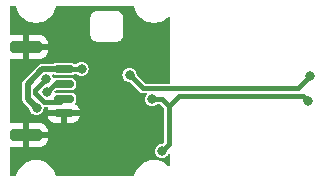
<source format=gbr>
%TF.GenerationSoftware,KiCad,Pcbnew,8.0.4+1*%
%TF.CreationDate,2024-10-19T01:09:37+00:00*%
%TF.ProjectId,TFHT02,54464854-3032-42e6-9b69-6361645f7063,rev?*%
%TF.SameCoordinates,Original*%
%TF.FileFunction,Copper,L1,Top*%
%TF.FilePolarity,Positive*%
%FSLAX46Y46*%
G04 Gerber Fmt 4.6, Leading zero omitted, Abs format (unit mm)*
G04 Created by KiCad (PCBNEW 8.0.4+1) date 2024-10-19 01:09:37*
%MOMM*%
%LPD*%
G01*
G04 APERTURE LIST*
G04 Aperture macros list*
%AMRoundRect*
0 Rectangle with rounded corners*
0 $1 Rounding radius*
0 $2 $3 $4 $5 $6 $7 $8 $9 X,Y pos of 4 corners*
0 Add a 4 corners polygon primitive as box body*
4,1,4,$2,$3,$4,$5,$6,$7,$8,$9,$2,$3,0*
0 Add four circle primitives for the rounded corners*
1,1,$1+$1,$2,$3*
1,1,$1+$1,$4,$5*
1,1,$1+$1,$6,$7*
1,1,$1+$1,$8,$9*
0 Add four rect primitives between the rounded corners*
20,1,$1+$1,$2,$3,$4,$5,0*
20,1,$1+$1,$4,$5,$6,$7,0*
20,1,$1+$1,$6,$7,$8,$9,0*
20,1,$1+$1,$8,$9,$2,$3,0*%
G04 Aperture macros list end*
%TA.AperFunction,SMDPad,CuDef*%
%ADD10RoundRect,0.150000X-0.700000X0.150000X-0.700000X-0.150000X0.700000X-0.150000X0.700000X0.150000X0*%
%TD*%
%TA.AperFunction,SMDPad,CuDef*%
%ADD11RoundRect,0.250000X-1.100000X0.250000X-1.100000X-0.250000X1.100000X-0.250000X1.100000X0.250000X0*%
%TD*%
%TA.AperFunction,ViaPad*%
%ADD12C,0.800000*%
%TD*%
%TA.AperFunction,Conductor*%
%ADD13C,0.400000*%
%TD*%
%TA.AperFunction,Conductor*%
%ADD14C,0.500000*%
%TD*%
G04 APERTURE END LIST*
D10*
%TO.P,J2,1*%
%TO.N,+5V*%
X4847200Y9375000D03*
%TO.P,J2,2*%
%TO.N,/SCL*%
X4847200Y8125000D03*
%TO.P,J2,3*%
%TO.N,/SDA*%
X4847200Y6875000D03*
%TO.P,J2,4*%
%TO.N,GND*%
X4847200Y5625000D03*
D11*
%TO.P,J2,MP*%
X1647200Y11225000D03*
X1647200Y3775000D03*
%TD*%
D12*
%TO.N,GND*%
X4191000Y4318000D03*
X1143000Y12827000D03*
X3937000Y12065000D03*
X2159000Y12827000D03*
X3175000Y12827000D03*
X1049130Y5404678D03*
X1143000Y2286000D03*
X10414000Y6604000D03*
X1539185Y9853267D03*
X3429000Y2286000D03*
X4191000Y3175000D03*
X928000Y8890000D03*
X2286000Y2286000D03*
X5080000Y10668000D03*
X762000Y7620000D03*
X9724700Y11128700D03*
X787894Y6432972D03*
X4064000Y10668000D03*
%TO.N,+3V3*%
X12319000Y6820400D03*
X25527000Y6680200D03*
X13142674Y2427524D03*
%TO.N,+5V*%
X2540000Y6096000D03*
X6350000Y9398000D03*
%TO.N,/SDA*%
X25730200Y8813800D03*
X10414000Y8890000D03*
X3346443Y8494360D03*
%TO.N,/SCL*%
X3441098Y7457644D03*
%TD*%
D13*
%TO.N,GND*%
X8382000Y5625000D02*
X4847200Y5625000D01*
X9721000Y11125000D02*
X5537000Y11125000D01*
D14*
X10414000Y6604000D02*
X9361000Y6604000D01*
D13*
X9724700Y11128700D02*
X9721000Y11125000D01*
X5537000Y11125000D02*
X5080000Y10668000D01*
D14*
X9361000Y6604000D02*
X8382000Y5625000D01*
D13*
%TO.N,+3V3*%
X13716000Y3000850D02*
X13142674Y2427524D01*
X14585468Y7112000D02*
X25095200Y7112000D01*
X25095200Y7112000D02*
X25527000Y6680200D01*
X13716000Y6242532D02*
X13716000Y3000850D01*
X12319000Y6820400D02*
X13138132Y6820400D01*
X13716000Y6242532D02*
X14585468Y7112000D01*
X13138132Y6820400D02*
X13716000Y6242532D01*
%TO.N,+5V*%
X6327000Y9375000D02*
X6350000Y9398000D01*
X4650000Y9375000D02*
X6327000Y9375000D01*
D14*
X4847200Y9375000D02*
X3025001Y9375000D01*
X1778000Y6858000D02*
X2540000Y6096000D01*
X1778000Y8127999D02*
X1778000Y6858000D01*
X3025001Y9375000D02*
X1778000Y8127999D01*
D13*
%TO.N,/SDA*%
X3192371Y6575000D02*
X2428000Y7339371D01*
X25730200Y8813800D02*
X24663400Y7747000D01*
X24663400Y7747000D02*
X11557000Y7747000D01*
X4847200Y6875000D02*
X4547200Y6575000D01*
X11557000Y7747000D02*
X10414000Y8890000D01*
X4547200Y6575000D02*
X3192371Y6575000D01*
X2428000Y7575917D02*
X3346443Y8494360D01*
X2428000Y7339371D02*
X2428000Y7575917D01*
%TO.N,/SCL*%
X4847200Y8125000D02*
X4108454Y8125000D01*
X4108454Y8125000D02*
X3441098Y7457644D01*
%TD*%
%TA.AperFunction,Conductor*%
%TO.N,GND*%
G36*
X815575Y14677826D02*
G01*
X834728Y14644653D01*
X886290Y14452218D01*
X971591Y14246283D01*
X971594Y14246275D01*
X1083049Y14053230D01*
X1083053Y14053224D01*
X1218747Y13876382D01*
X1376381Y13718748D01*
X1553223Y13583054D01*
X1553226Y13583052D01*
X1746274Y13471595D01*
X1952219Y13386290D01*
X2167537Y13328596D01*
X2388543Y13299500D01*
X2388545Y13299500D01*
X2611455Y13299500D01*
X2611457Y13299500D01*
X2832463Y13328596D01*
X3047781Y13386290D01*
X3253726Y13471595D01*
X3446774Y13583052D01*
X3598533Y13699500D01*
X3623618Y13718748D01*
X3623619Y13718750D01*
X3623624Y13718753D01*
X3672531Y13767660D01*
X7099500Y13767660D01*
X7099500Y13739562D01*
X7099500Y12347595D01*
X7099500Y12300000D01*
X7099500Y12232340D01*
X7114491Y12166658D01*
X7129610Y12100414D01*
X7129613Y12100407D01*
X7188324Y11978494D01*
X7188325Y11978493D01*
X7272695Y11872695D01*
X7378493Y11788325D01*
X7500412Y11729611D01*
X7632340Y11699500D01*
X7632343Y11699500D01*
X9367657Y11699500D01*
X9367660Y11699500D01*
X9499588Y11729611D01*
X9621507Y11788325D01*
X9727305Y11872695D01*
X9811675Y11978493D01*
X9870389Y12100412D01*
X9900500Y12232340D01*
X9900500Y12300000D01*
X9900500Y12347595D01*
X9900500Y13739562D01*
X9900500Y13767660D01*
X9870389Y13899588D01*
X9811675Y14021507D01*
X9727305Y14127305D01*
X9621507Y14211675D01*
X9621506Y14211676D01*
X9499593Y14270387D01*
X9499586Y14270390D01*
X9441204Y14283715D01*
X9367660Y14300500D01*
X9339562Y14300500D01*
X7747595Y14300500D01*
X7700000Y14300500D01*
X7632340Y14300500D01*
X7570320Y14286345D01*
X7500413Y14270390D01*
X7500406Y14270387D01*
X7378493Y14211676D01*
X7272695Y14127305D01*
X7188324Y14021507D01*
X7129613Y13899594D01*
X7129610Y13899587D01*
X7124313Y13876376D01*
X7099500Y13767660D01*
X3672531Y13767660D01*
X3781247Y13876376D01*
X3799058Y13899587D01*
X3916946Y14053224D01*
X3916948Y14053226D01*
X4028405Y14246274D01*
X4113710Y14452219D01*
X4165272Y14644654D01*
X4199751Y14689586D01*
X4236751Y14699500D01*
X10763249Y14699500D01*
X10815575Y14677826D01*
X10834728Y14644653D01*
X10886290Y14452218D01*
X10971591Y14246283D01*
X10971594Y14246275D01*
X11083049Y14053230D01*
X11083053Y14053224D01*
X11218747Y13876382D01*
X11376381Y13718748D01*
X11553223Y13583054D01*
X11553226Y13583052D01*
X11746274Y13471595D01*
X11952219Y13386290D01*
X12167537Y13328596D01*
X12388543Y13299500D01*
X12388545Y13299500D01*
X12611455Y13299500D01*
X12611457Y13299500D01*
X12832463Y13328596D01*
X13047781Y13386290D01*
X13253726Y13471595D01*
X13446774Y13583052D01*
X13598533Y13699500D01*
X13623618Y13718748D01*
X13623619Y13718750D01*
X13623624Y13718753D01*
X13707575Y13802705D01*
X13759900Y13824378D01*
X13812226Y13802704D01*
X13833900Y13750378D01*
X13833900Y13750360D01*
X13832579Y8221482D01*
X13810892Y8169162D01*
X13758579Y8147500D01*
X11753545Y8147500D01*
X11701219Y8169174D01*
X11040915Y8829478D01*
X11019241Y8881804D01*
X11019682Y8888522D01*
X11019682Y8890000D01*
X10999044Y9046761D01*
X10999044Y9046762D01*
X10978997Y9095159D01*
X10938536Y9192841D01*
X10842282Y9318282D01*
X10842279Y9318285D01*
X10716841Y9414536D01*
X10570761Y9475045D01*
X10414000Y9495682D01*
X10257239Y9475045D01*
X10257238Y9475045D01*
X10111158Y9414536D01*
X9985720Y9318285D01*
X9985715Y9318280D01*
X9889464Y9192842D01*
X9828955Y9046762D01*
X9828955Y9046761D01*
X9808318Y8890000D01*
X9828955Y8733240D01*
X9828955Y8733239D01*
X9889464Y8587159D01*
X9985715Y8461721D01*
X9985720Y8461716D01*
X10060139Y8404613D01*
X10111159Y8365464D01*
X10257238Y8304956D01*
X10414000Y8284318D01*
X10414000Y8284319D01*
X10414001Y8284318D01*
X10418851Y8284318D01*
X10418851Y8282430D01*
X10467234Y8269475D01*
X10474522Y8263085D01*
X11311087Y7426520D01*
X11402412Y7373793D01*
X11504273Y7346500D01*
X11609727Y7346500D01*
X11815719Y7346500D01*
X11868045Y7324826D01*
X11889719Y7272500D01*
X11874427Y7227452D01*
X11794464Y7123242D01*
X11733955Y6977162D01*
X11733955Y6977161D01*
X11713318Y6820400D01*
X11733955Y6663640D01*
X11733955Y6663639D01*
X11794464Y6517559D01*
X11890715Y6392121D01*
X11890720Y6392116D01*
X11913678Y6374500D01*
X12016159Y6295864D01*
X12162238Y6235356D01*
X12319000Y6214718D01*
X12475762Y6235356D01*
X12621841Y6295864D01*
X12747282Y6392118D01*
X12747285Y6392123D01*
X12750707Y6395544D01*
X12752037Y6394214D01*
X12795435Y6419267D01*
X12805092Y6419900D01*
X12941587Y6419900D01*
X12993913Y6398226D01*
X13293826Y6098314D01*
X13315500Y6045988D01*
X13315500Y3197396D01*
X13293826Y3145070D01*
X13203195Y3054440D01*
X13150869Y3032766D01*
X13144152Y3033206D01*
X13142674Y3033206D01*
X12985913Y3012569D01*
X12985912Y3012569D01*
X12839832Y2952060D01*
X12714394Y2855809D01*
X12714389Y2855804D01*
X12618138Y2730366D01*
X12557629Y2584286D01*
X12557629Y2584285D01*
X12536992Y2427524D01*
X12557629Y2270764D01*
X12557629Y2270763D01*
X12618138Y2124683D01*
X12714389Y1999245D01*
X12714394Y1999240D01*
X12798019Y1935073D01*
X12839833Y1902988D01*
X12985912Y1842480D01*
X13142674Y1821842D01*
X13299436Y1842480D01*
X13445515Y1902988D01*
X13570956Y1999242D01*
X13667210Y2124683D01*
X13688759Y2176708D01*
X13728807Y2216756D01*
X13785444Y2216756D01*
X13825493Y2176708D01*
X13831126Y2148371D01*
X13830912Y1252593D01*
X13809225Y1200273D01*
X13756894Y1178611D01*
X13704586Y1200285D01*
X13623618Y1281253D01*
X13446776Y1416947D01*
X13446770Y1416951D01*
X13253725Y1528406D01*
X13253717Y1528409D01*
X13047782Y1613710D01*
X12832461Y1671405D01*
X12669647Y1692840D01*
X12611457Y1700500D01*
X12388543Y1700500D01*
X12337122Y1693731D01*
X12167538Y1671405D01*
X11952217Y1613710D01*
X11746282Y1528409D01*
X11746274Y1528406D01*
X11553229Y1416951D01*
X11553223Y1416947D01*
X11376381Y1281253D01*
X11218747Y1123619D01*
X11083053Y946777D01*
X11083049Y946771D01*
X10971594Y753726D01*
X10971591Y753718D01*
X10886290Y547783D01*
X10834728Y355347D01*
X10800249Y310414D01*
X10763249Y300500D01*
X4236751Y300500D01*
X4184425Y322174D01*
X4165272Y355347D01*
X4113709Y547783D01*
X4028408Y753718D01*
X4028405Y753726D01*
X3916950Y946771D01*
X3916946Y946777D01*
X3781252Y1123619D01*
X3623618Y1281253D01*
X3446776Y1416947D01*
X3446770Y1416951D01*
X3253725Y1528406D01*
X3253717Y1528409D01*
X3047782Y1613710D01*
X2832461Y1671405D01*
X2669647Y1692840D01*
X2611457Y1700500D01*
X2388543Y1700500D01*
X2337122Y1693731D01*
X2167538Y1671405D01*
X1952217Y1613710D01*
X1746282Y1528409D01*
X1746274Y1528406D01*
X1553229Y1416951D01*
X1553223Y1416947D01*
X1376381Y1281253D01*
X1218747Y1123619D01*
X1083053Y946777D01*
X1083049Y946771D01*
X971594Y753726D01*
X971591Y753718D01*
X886290Y547783D01*
X834728Y355347D01*
X800249Y310414D01*
X763249Y300500D01*
X374500Y300500D01*
X322174Y322174D01*
X300500Y374500D01*
X300500Y2705863D01*
X322174Y2758189D01*
X374500Y2779863D01*
X389986Y2778224D01*
X392867Y2777608D01*
X496695Y2767001D01*
X496697Y2767000D01*
X1393200Y2767000D01*
X1901200Y2767000D01*
X2797703Y2767000D01*
X2797704Y2767001D01*
X2901525Y2777607D01*
X3069724Y2833343D01*
X3220538Y2926366D01*
X3220542Y2926368D01*
X3345832Y3051658D01*
X3345834Y3051662D01*
X3438857Y3202476D01*
X3494593Y3370675D01*
X3505199Y3474496D01*
X3505200Y3474498D01*
X3505200Y3521000D01*
X1901200Y3521000D01*
X1901200Y2767000D01*
X1393200Y2767000D01*
X1393200Y4029000D01*
X1901200Y4029000D01*
X3505200Y4029000D01*
X3505200Y4075503D01*
X3505199Y4075505D01*
X3494593Y4179326D01*
X3438857Y4347525D01*
X3345834Y4498339D01*
X3345832Y4498342D01*
X3220542Y4623632D01*
X3220538Y4623635D01*
X3069724Y4716658D01*
X2901525Y4772394D01*
X2797704Y4783000D01*
X1901200Y4783000D01*
X1901200Y4029000D01*
X1393200Y4029000D01*
X1393200Y4783000D01*
X496695Y4783000D01*
X392867Y4772393D01*
X389986Y4771776D01*
X388859Y4771984D01*
X388857Y4771983D01*
X388856Y4771984D01*
X334283Y4782019D01*
X302139Y4828651D01*
X300500Y4844137D01*
X300500Y5371000D01*
X3492207Y5371000D01*
X3538518Y5211599D01*
X3623145Y5068502D01*
X3740701Y4950946D01*
X3883798Y4866319D01*
X4043445Y4819936D01*
X4080743Y4817001D01*
X4593200Y4817001D01*
X5101200Y4817001D01*
X5613655Y4817001D01*
X5613656Y4817002D01*
X5650952Y4819936D01*
X5810601Y4866319D01*
X5953698Y4950946D01*
X6071254Y5068502D01*
X6155881Y5211599D01*
X6202193Y5371000D01*
X5101200Y5371000D01*
X5101200Y4817001D01*
X4593200Y4817001D01*
X4593200Y5371000D01*
X3492207Y5371000D01*
X300500Y5371000D01*
X300500Y8187308D01*
X1327500Y8187308D01*
X1327500Y6798689D01*
X1348474Y6720414D01*
X1348474Y6720413D01*
X1358199Y6684118D01*
X1358203Y6684109D01*
X1417509Y6581388D01*
X1921318Y6077578D01*
X1942359Y6034912D01*
X1954955Y5939239D01*
X2015464Y5793159D01*
X2111715Y5667721D01*
X2111720Y5667716D01*
X2195345Y5603549D01*
X2237159Y5571464D01*
X2383238Y5510956D01*
X2540000Y5490318D01*
X2696762Y5510956D01*
X2842841Y5571464D01*
X2968282Y5667718D01*
X3064536Y5793159D01*
X3125044Y5939238D01*
X3145682Y6096000D01*
X3145682Y6096001D01*
X3145682Y6100500D01*
X3167356Y6152826D01*
X3219682Y6174500D01*
X3489271Y6174500D01*
X3541597Y6152826D01*
X3563271Y6100500D01*
X3552967Y6062832D01*
X3538518Y6038399D01*
X3492207Y5879000D01*
X6202192Y5879000D01*
X6155881Y6038402D01*
X6071254Y6181499D01*
X5953698Y6299055D01*
X5824198Y6375640D01*
X5790192Y6420932D01*
X5798172Y6477004D01*
X5809538Y6491658D01*
X5836398Y6518517D01*
X5887773Y6623607D01*
X5897700Y6691740D01*
X5897700Y7058260D01*
X5887773Y7126393D01*
X5836398Y7231483D01*
X5753683Y7314198D01*
X5753682Y7314199D01*
X5648594Y7365573D01*
X5580464Y7375500D01*
X5580460Y7375500D01*
X4120346Y7375500D01*
X4068020Y7397174D01*
X4046346Y7449500D01*
X4046780Y7456119D01*
X4046780Y7462494D01*
X4048665Y7462494D01*
X4061628Y7510886D01*
X4068005Y7518160D01*
X4152674Y7602827D01*
X4204999Y7624500D01*
X5580454Y7624500D01*
X5580460Y7624500D01*
X5648593Y7634427D01*
X5753683Y7685802D01*
X5836398Y7768517D01*
X5887773Y7873607D01*
X5897700Y7941740D01*
X5897700Y8308260D01*
X5887773Y8376393D01*
X5836398Y8481483D01*
X5753683Y8564198D01*
X5753682Y8564199D01*
X5648594Y8615573D01*
X5580464Y8625500D01*
X5580460Y8625500D01*
X4113940Y8625500D01*
X4113935Y8625500D01*
X4045806Y8615573D01*
X4045801Y8615571D01*
X4033715Y8609663D01*
X3977187Y8606156D01*
X3934736Y8643648D01*
X3932851Y8647827D01*
X3931487Y8651120D01*
X3931487Y8651122D01*
X3870979Y8797201D01*
X3864647Y8805453D01*
X3849989Y8860159D01*
X3878307Y8909208D01*
X3923356Y8924500D01*
X3946716Y8924500D01*
X3979216Y8916981D01*
X4039420Y8887550D01*
X4045807Y8884427D01*
X4113940Y8874500D01*
X4113946Y8874500D01*
X5580454Y8874500D01*
X5580460Y8874500D01*
X5648593Y8884427D01*
X5753683Y8935802D01*
X5770707Y8952826D01*
X5823033Y8974500D01*
X5890366Y8974500D01*
X5935414Y8959208D01*
X5990446Y8916981D01*
X6047159Y8873464D01*
X6193238Y8812956D01*
X6350000Y8792318D01*
X6506762Y8812956D01*
X6652841Y8873464D01*
X6778282Y8969718D01*
X6874536Y9095159D01*
X6935044Y9241238D01*
X6955682Y9398000D01*
X6935044Y9554762D01*
X6874536Y9700841D01*
X6816763Y9776133D01*
X6778284Y9826280D01*
X6778279Y9826285D01*
X6652841Y9922536D01*
X6506761Y9983045D01*
X6350000Y10003682D01*
X6193239Y9983045D01*
X6193238Y9983045D01*
X6047158Y9922536D01*
X5921720Y9826285D01*
X5921719Y9826284D01*
X5913659Y9815781D01*
X5904966Y9804452D01*
X5855919Y9776133D01*
X5846259Y9775500D01*
X5823033Y9775500D01*
X5770707Y9797174D01*
X5753682Y9814199D01*
X5648594Y9865573D01*
X5580464Y9875500D01*
X5580460Y9875500D01*
X4113940Y9875500D01*
X4113935Y9875500D01*
X4045806Y9865573D01*
X4045805Y9865573D01*
X3979216Y9833019D01*
X3946716Y9825500D01*
X2965690Y9825500D01*
X2883559Y9803493D01*
X2851118Y9794801D01*
X2851112Y9794798D01*
X2748386Y9735490D01*
X1417508Y8404610D01*
X1358201Y8301888D01*
X1358200Y8301884D01*
X1352225Y8279589D01*
X1352226Y8279588D01*
X1327500Y8187308D01*
X300500Y8187308D01*
X300500Y10155863D01*
X322174Y10208189D01*
X374500Y10229863D01*
X389986Y10228224D01*
X392867Y10227608D01*
X496695Y10217001D01*
X496697Y10217000D01*
X1393200Y10217000D01*
X1901200Y10217000D01*
X2797703Y10217000D01*
X2797704Y10217001D01*
X2901525Y10227607D01*
X3069724Y10283343D01*
X3220538Y10376366D01*
X3220542Y10376368D01*
X3345832Y10501658D01*
X3345834Y10501662D01*
X3438857Y10652476D01*
X3494593Y10820675D01*
X3505199Y10924496D01*
X3505200Y10924498D01*
X3505200Y10971000D01*
X1901200Y10971000D01*
X1901200Y10217000D01*
X1393200Y10217000D01*
X1393200Y11479000D01*
X1901200Y11479000D01*
X3505200Y11479000D01*
X3505200Y11525503D01*
X3505199Y11525505D01*
X3494593Y11629326D01*
X3438857Y11797525D01*
X3345834Y11948339D01*
X3345832Y11948342D01*
X3220542Y12073632D01*
X3220538Y12073635D01*
X3069724Y12166658D01*
X2901525Y12222394D01*
X2797704Y12233000D01*
X1901200Y12233000D01*
X1901200Y11479000D01*
X1393200Y11479000D01*
X1393200Y12233000D01*
X496695Y12233000D01*
X392867Y12222393D01*
X389986Y12221776D01*
X388859Y12221984D01*
X388857Y12221983D01*
X388856Y12221984D01*
X334283Y12232019D01*
X302139Y12278651D01*
X300500Y12294137D01*
X300500Y14625500D01*
X322174Y14677826D01*
X374500Y14699500D01*
X763249Y14699500D01*
X815575Y14677826D01*
G37*
%TD.AperFunction*%
%TD*%
M02*

</source>
